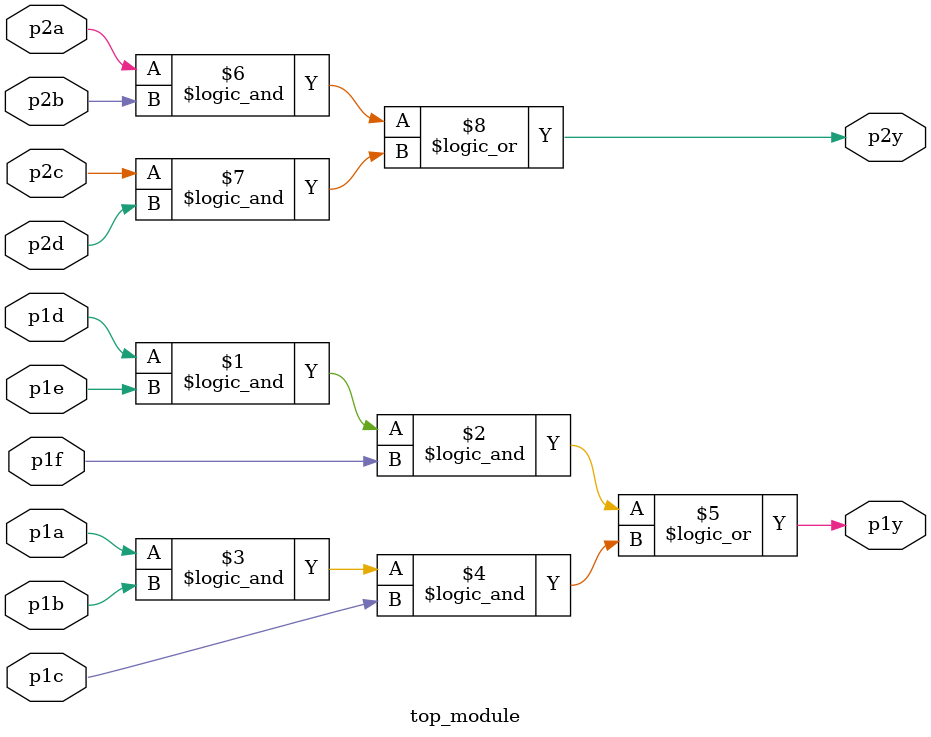
<source format=v>
module top_module ( 
    input p1a, p1b, p1c, p1d, p1e, p1f,
    output p1y,
    input p2a, p2b, p2c, p2d,
    output p2y );

    assign p1y = (p1d && p1e && p1f) || (p1a && p1b && p1c);
    assign p2y = (p2a && p2b) || (p2c && p2d);

endmodule

</source>
